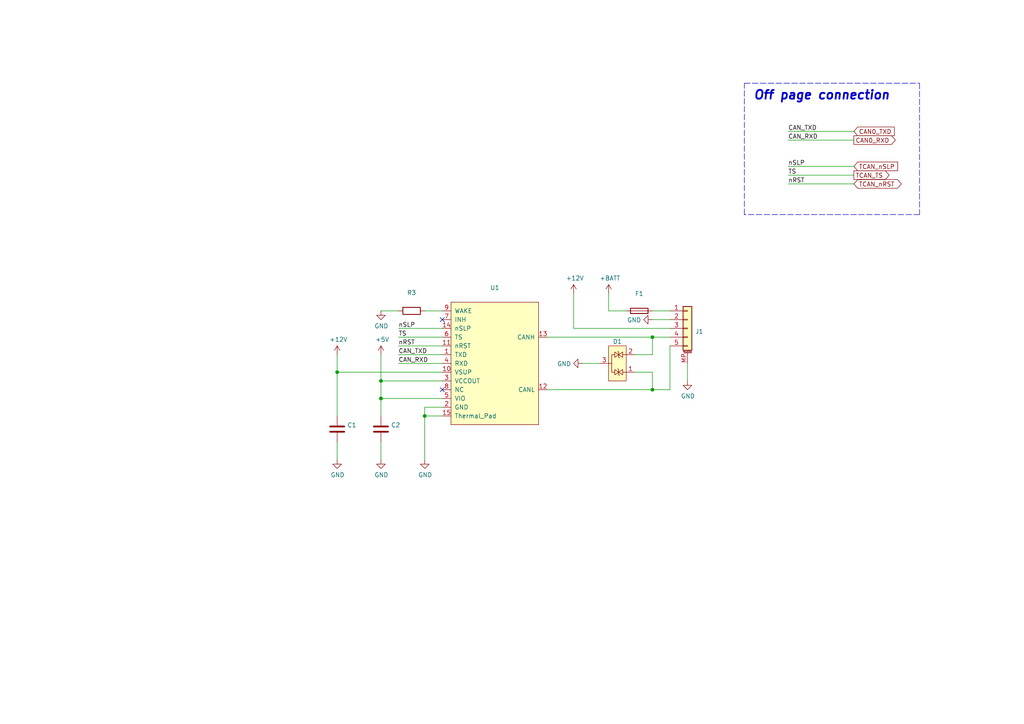
<source format=kicad_sch>
(kicad_sch (version 20211123) (generator eeschema)
  (paper "A4")
  (title_block (title "Multi purpose power converter module with CAN bus interface") (date "2021-08-31") (rev "1.1") (company "DANCHOUZHOU") (comment 1 "City Science - MIT Media Lab") (comment 2 "danchouzhou@gmail.com"))
  (lib_symbols
    (symbol "Connector_Generic_MountingPin:Conn_01x05_MountingPin" (pin_names (offset 1.016) hide)
      (property "Reference" "J" (at 0 7.62 0))
      (property "Value" "Conn_01x05_MountingPin" (at 1.27 -7.62 0))
      (symbol "Conn_01x05_MountingPin_1_1"
        (rectangle (start -1.27 -4.953) (end 0 -5.207) (stroke (width 0.1524)))
        (rectangle (start -1.27 -2.413) (end 0 -2.667) (stroke (width 0.1524)))
        (rectangle (start -1.27 0.127) (end 0 -0.127) (stroke (width 0.1524)))
        (rectangle (start -1.27 2.667) (end 0 2.413) (stroke (width 0.1524)))
        (rectangle (start -1.27 5.207) (end 0 4.953) (stroke (width 0.1524)))
        (rectangle (start -1.27 6.35) (end 1.27 -6.35) (stroke (width 0.254)) (fill (type background)))
        (polyline (pts (xy -1.016 -7.112) (xy 1.016 -7.112)) (stroke (width 0.1524)))
        (text "Mounting" (at 0 -6.731 0) (effects (font (size 0.381 0.381))))
        (pin passive line (at -5.08 5.08 0) (length 3.81) (name "Pin_1") (number "1"))
        (pin passive line (at -5.08 2.54 0) (length 3.81) (name "Pin_2") (number "2"))
        (pin passive line (at -5.08 0 0) (length 3.81) (name "Pin_3") (number "3"))
        (pin passive line (at -5.08 -2.54 0) (length 3.81) (name "Pin_4") (number "4"))
        (pin passive line (at -5.08 -5.08 0) (length 3.81) (name "Pin_5") (number "5"))
        (pin passive line (at 0 -10.16 90) (length 3.048) (name "MountPin") (number "MP"))
      )
    )
    (symbol "Device:C" (pin_numbers hide) (pin_names (offset 0.254))
      (property "Reference" "C" (at 0.635 2.54 0))
      (property "Value" "C" (at 0.635 -2.54 0))
      (symbol "C_0_1"
        (polyline (pts (xy -2.032 -0.762) (xy 2.032 -0.762)) (stroke (width 0.508)))
        (polyline (pts (xy -2.032 0.762) (xy 2.032 0.762)) (stroke (width 0.508)))
      )
      (symbol "C_1_1"
        (pin passive line (at 0 3.81 270) (length 2.794) (name "~") (number "1"))
        (pin passive line (at 0 -3.81 90) (length 2.794) (name "~") (number "2"))
      )
    )
    (symbol "Device:Fuse" (pin_numbers hide) (pin_names (offset 0))
      (property "Reference" "F" (at 2.032 0 90))
      (property "Value" "Fuse" (at -1.905 0 90))
      (symbol "Fuse_0_1"
        (rectangle (start -0.762 -2.54) (end 0.762 2.54) (stroke (width 0.254)))
        (polyline (pts (xy 0 2.54) (xy 0 -2.54)))
      )
      (symbol "Fuse_1_1"
        (pin passive line (at 0 3.81 270) (length 1.27) (name "~") (number "1"))
        (pin passive line (at 0 -3.81 90) (length 1.27) (name "~") (number "2"))
      )
    )
    (symbol "Device:R" (pin_numbers hide) (pin_names (offset 0))
      (property "Reference" "R" (at 2.032 0 90))
      (property "Value" "R" (at 0 0 90))
      (symbol "R_0_1"
        (rectangle (start -1.016 -2.54) (end 1.016 2.54) (stroke (width 0.254)))
      )
      (symbol "R_1_1"
        (pin passive line (at 0 3.81 270) (length 1.27) (name "~") (number "1"))
        (pin passive line (at 0 -3.81 90) (length 1.27) (name "~") (number "2"))
      )
    )
    (symbol "PEC3124C2A-AU:PEC3124C2A-AU" (pin_names (offset 1.016))
      (property "Reference" "D" (at 0 6.35 0))
      (property "Value" "PEC3124C2A-AU" (at 0 -6.35 0))
      (symbol "PEC3124C2A-AU_0_1"
        (rectangle (start -2.54 5.08) (end 2.54 -5.08) (fill (type background)))
        (polyline (pts (xy -2.54 0) (xy -1.651 0)))
        (polyline (pts (xy 1.524 -2.54) (xy 2.54 -2.54)))
        (polyline (pts (xy 1.524 2.54) (xy 2.54 2.54)))
        (polyline (pts (xy -0.762 2.54) (xy -1.651 2.54) (xy -1.651 -2.54) (xy -0.762 -2.54)))
        (polyline (pts (xy 0.127 -1.524) (xy 0.381 -1.778) (xy 0.381 -3.302) (xy 0.635 -3.556)))
        (polyline (pts (xy 0.127 3.556) (xy 0.381 3.302) (xy 0.381 1.778) (xy 0.635 1.524)))
        (polyline (pts (xy 1.524 -1.778) (xy 1.524 -3.302) (xy -0.762 -1.778) (xy -0.762 -3.302) (xy 1.524 -1.778)))
        (polyline (pts (xy 1.524 3.302) (xy 1.524 1.778) (xy -0.762 3.302) (xy -0.762 1.778) (xy 1.524 3.302)))
      )
      (symbol "PEC3124C2A-AU_1_1"
        (pin passive line (at 5.08 -2.54 180) (length 2.54) (name "~") (number "1"))
        (pin passive line (at 5.08 2.54 180) (length 2.54) (name "~") (number "2"))
        (pin passive line (at -5.08 0 0) (length 2.54) (name "~") (number "3"))
      )
    )
    (symbol "TCAN1162x-Q1:PTCAN11625DMTRQ1" (pin_names (offset 1.016))
      (property "Reference" "U" (at 0 21.59 0))
      (property "Value" "PTCAN11625DMTRQ1" (at 0 19.05 0))
      (symbol "PTCAN11625DMTRQ1_0_1"
        (rectangle (start -12.7 17.78) (end 12.7 -17.78) (fill (type background)))
        (rectangle (start 12.7 -17.78) (end 12.7 -17.78))
      )
      (symbol "PTCAN11625DMTRQ1_1_1"
        (pin input line (at -15.24 2.54 0) (length 2.54) (name "TXD") (number "1"))
        (pin power_in line (at -15.24 -2.54 0) (length 2.54) (name "VSUP") (number "10"))
        (pin bidirectional line (at -15.24 5.08 0) (length 2.54) (name "nRST") (number "11"))
        (pin bidirectional line (at 15.24 -7.62 180) (length 2.54) (name "CANL") (number "12"))
        (pin bidirectional line (at 15.24 7.62 180) (length 2.54) (name "CANH") (number "13"))
        (pin input line (at -15.24 10.16 0) (length 2.54) (name "nSLP") (number "14"))
        (pin passive line (at -15.24 -15.24 0) (length 2.54) (name "Thermal_Pad") (number "15"))
        (pin power_in line (at -15.24 -12.7 0) (length 2.54) (name "GND") (number "2"))
        (pin power_out line (at -15.24 -5.08 0) (length 2.54) (name "VCCOUT") (number "3"))
        (pin output line (at -15.24 0 0) (length 2.54) (name "RXD") (number "4"))
        (pin power_in line (at -15.24 -10.16 0) (length 2.54) (name "VIO") (number "5"))
        (pin output line (at -15.24 7.62 0) (length 2.54) (name "TS") (number "6"))
        (pin output line (at -15.24 12.7 0) (length 2.54) (name "INH") (number "7"))
        (pin passive line (at -15.24 -7.62 0) (length 2.54) (name "NC") (number "8"))
        (pin input line (at -15.24 15.24 0) (length 2.54) (name "WAKE") (number "9"))
      )
    )
    (symbol "power:+12V" (power) (pin_names (offset 0))
      (property "Value" "+12V" (at 0 3.556 0))
      (symbol "+12V_0_1"
        (polyline (pts (xy -0.762 1.27) (xy 0 2.54)))
        (polyline (pts (xy 0 0) (xy 0 2.54)))
        (polyline (pts (xy 0 2.54) (xy 0.762 1.27)))
      )
      (symbol "+12V_1_1"
        (pin power_in line (at 0 0 90) (length 0) hide (name "+12V") (number "1"))
      )
    )
    (symbol "power:+5V" (power) (pin_names (offset 0))
      (property "Value" "+5V" (at 0 3.556 0))
      (symbol "+5V_0_1"
        (polyline (pts (xy -0.762 1.27) (xy 0 2.54)))
        (polyline (pts (xy 0 0) (xy 0 2.54)))
        (polyline (pts (xy 0 2.54) (xy 0.762 1.27)))
      )
      (symbol "+5V_1_1"
        (pin power_in line (at 0 0 90) (length 0) hide (name "+5V") (number "1"))
      )
    )
    (symbol "power:+BATT" (power) (pin_names (offset 0))
      (property "Value" "+BATT" (at 0 3.556 0))
      (symbol "+BATT_0_1"
        (polyline (pts (xy -0.762 1.27) (xy 0 2.54)))
        (polyline (pts (xy 0 0) (xy 0 2.54)))
        (polyline (pts (xy 0 2.54) (xy 0.762 1.27)))
      )
      (symbol "+BATT_1_1"
        (pin power_in line (at 0 0 90) (length 0) hide (name "+BATT") (number "1"))
      )
    )
    (symbol "power:GND" (power) (pin_names (offset 0))
      (property "Value" "GND" (at 0 -3.81 0))
      (symbol "GND_0_1"
        (polyline (pts (xy 0 0) (xy 0 -1.27) (xy 1.27 -1.27) (xy 0 -2.54) (xy -1.27 -1.27) (xy 0 -1.27)))
      )
      (symbol "GND_1_1"
        (pin power_in line (at 0 0 270) (length 0) hide (name "GND") (number "1"))
      )
    )
  )
  (junction (at 123.19 120.65))
  (junction (at 189.23 113.03))
  (junction (at 189.23 97.79))
  (junction (at 97.79 107.95))
  (junction (at 110.49 110.49))
  (junction (at 110.49 115.57))
  (no_connect (at 128.27 92.71))
  (no_connect (at 128.27 113.03))
  (wire (pts (xy 228.6 38.1) (xy 247.65 38.1)))
  (wire (pts (xy 115.57 97.79) (xy 128.27 97.79)))
  (polyline (pts (xy 266.7 62.23) (xy 215.9 62.23)))
  (wire (pts (xy 228.6 40.64) (xy 247.65 40.64)))
  (wire (pts (xy 194.31 100.33) (xy 194.31 113.03)))
  (wire (pts (xy 123.19 90.17) (xy 128.27 90.17)))
  (wire (pts (xy 228.6 50.8) (xy 247.65 50.8)))
  (wire (pts (xy 115.57 100.33) (xy 128.27 100.33)))
  (wire (pts (xy 194.31 97.79) (xy 189.23 97.79)))
  (polyline (pts (xy 266.7 24.13) (xy 266.7 62.23)))
  (wire (pts (xy 189.23 102.87) (xy 184.15 102.87)))
  (wire (pts (xy 97.79 133.35) (xy 97.79 128.27)))
  (wire (pts (xy 97.79 102.87) (xy 97.79 107.95)))
  (wire (pts (xy 110.49 115.57) (xy 110.49 120.65)))
  (wire (pts (xy 97.79 107.95) (xy 97.79 120.65)))
  (wire (pts (xy 199.39 110.49) (xy 199.39 105.41)))
  (wire (pts (xy 128.27 118.11) (xy 123.19 118.11)))
  (wire (pts (xy 228.6 53.34) (xy 247.65 53.34)))
  (wire (pts (xy 176.53 85.09) (xy 176.53 90.17)))
  (wire (pts (xy 184.15 107.95) (xy 189.23 107.95)))
  (wire (pts (xy 166.37 85.09) (xy 166.37 95.25)))
  (wire (pts (xy 115.57 90.17) (xy 110.49 90.17)))
  (polyline (pts (xy 215.9 24.13) (xy 266.7 24.13)))
  (wire (pts (xy 194.31 113.03) (xy 189.23 113.03)))
  (wire (pts (xy 115.57 95.25) (xy 128.27 95.25)))
  (wire (pts (xy 128.27 115.57) (xy 110.49 115.57)))
  (wire (pts (xy 189.23 92.71) (xy 194.31 92.71)))
  (wire (pts (xy 189.23 107.95) (xy 189.23 113.03)))
  (wire (pts (xy 166.37 95.25) (xy 194.31 95.25)))
  (wire (pts (xy 128.27 107.95) (xy 97.79 107.95)))
  (wire (pts (xy 110.49 110.49) (xy 110.49 115.57)))
  (wire (pts (xy 123.19 120.65) (xy 123.19 133.35)))
  (wire (pts (xy 110.49 133.35) (xy 110.49 128.27)))
  (wire (pts (xy 123.19 120.65) (xy 128.27 120.65)))
  (wire (pts (xy 115.57 102.87) (xy 128.27 102.87)))
  (wire (pts (xy 123.19 118.11) (xy 123.19 120.65)))
  (wire (pts (xy 176.53 90.17) (xy 181.61 90.17)))
  (wire (pts (xy 128.27 110.49) (xy 110.49 110.49)))
  (polyline (pts (xy 215.9 62.23) (xy 215.9 24.13)))
  (wire (pts (xy 189.23 97.79) (xy 189.23 102.87)))
  (wire (pts (xy 189.23 90.17) (xy 194.31 90.17)))
  (wire (pts (xy 228.6 48.26) (xy 247.65 48.26)))
  (wire (pts (xy 110.49 102.87) (xy 110.49 110.49)))
  (wire (pts (xy 115.57 105.41) (xy 128.27 105.41)))
  (wire (pts (xy 189.23 113.03) (xy 158.75 113.03)))
  (wire (pts (xy 158.75 97.79) (xy 189.23 97.79)))
  (wire (pts (xy 168.91 105.41) (xy 173.99 105.41)))
  (text "Off page connection" (at 218.44 29.21 0) (effects (font (size 2.54 2.54) (thickness 0.508) bold italic) (justify left bottom)))
  (label "TS" (at 115.57 97.79 0))
  (label "CAN_RXD" (at 228.6 40.64 0))
  (label "CAN_TXD" (at 115.57 102.87 0))
  (label "CAN_TXD" (at 228.6 38.1 0))
  (label "TS" (at 228.6 50.8 0))
  (label "nSLP" (at 228.6 48.26 0))
  (label "nSLP" (at 115.57 95.25 0))
  (label "nRST" (at 115.57 100.33 0))
  (label "CAN_RXD" (at 115.57 105.41 0))
  (label "nRST" (at 228.6 53.34 0))
  (global_label "CAN0_TXD" (shape input) (at 247.65 38.1 0) (property "Intersheet References" "${INTERSHEET_REFS}" (effects hide)))
  (global_label "CAN0_RXD" (shape output) (at 247.65 40.64 0) (property "Intersheet References" "${INTERSHEET_REFS}" (effects hide)))
  (global_label "TCAN_nRST" (shape bidirectional) (at 247.65 53.34 0) (property "Intersheet References" "${INTERSHEET_REFS}" (effects hide)))
  (global_label "TCAN_TS" (shape output) (at 247.65 50.8 0) (property "Intersheet References" "${INTERSHEET_REFS}" (effects hide)))
  (global_label "TCAN_nSLP" (shape input) (at 247.65 48.26 0) (property "Intersheet References" "${INTERSHEET_REFS}" (effects hide)))
  (symbol (lib_id "TCAN1162x-Q1:PTCAN11625DMTRQ1") (at 143.51 105.41 0) (unit 1)
    (property "Reference" "U1" (at 143.51 83.439 0))
  )
  (symbol (lib_id "PEC3124C2A-AU:PEC3124C2A-AU") (at 179.07 105.41 0) (unit 1)
    (property "Reference" "D1" (at 179.07 99.06 0))
    (property "Description" "Bidirectional ESD protection" (effects hide))
    (property "Manufacturer" "PANJIT" (effects hide))
    (property "Manufacturer P/N" "PEC3124C2A-AU_R1_000A1" (effects hide))
  )
  (symbol (lib_id "power:GND") (at 168.91 105.41 270) (unit 1)
    (property "Reference" "#PWR07" (effects hide))
  )
  (symbol (lib_id "Device:C") (at 97.79 124.46 0) (unit 1)
    (property "Reference" "C1" (at 100.711 123.2916 0) (effects (justify left)))
  )
  (symbol (lib_id "Device:C") (at 110.49 124.46 0) (unit 1)
    (property "Reference" "C2" (at 113.411 123.2916 0) (effects (justify left)))
  )
  (symbol (lib_id "power:GND") (at 97.79 133.35 0) (unit 1)
    (property "Reference" "#PWR02" (effects hide))
  )
  (symbol (lib_id "power:GND") (at 110.49 133.35 0) (unit 1)
    (property "Reference" "#PWR04" (effects hide))
  )
  (symbol (lib_id "power:GND") (at 123.19 133.35 0) (unit 1)
    (property "Reference" "#PWR05" (effects hide))
  )
  (symbol (lib_id "power:+5V") (at 110.49 102.87 0) (unit 1)
    (property "Reference" "#PWR03" (effects hide))
  )
  (symbol (lib_id "power:+12V") (at 97.79 102.87 0) (unit 1)
    (property "Reference" "#PWR01" (effects hide))
  )
  (symbol (lib_id "power:GND") (at 189.23 92.71 270) (unit 1)
    (property "Reference" "#PWR09" (effects hide))
  )
  (symbol (lib_id "Device:Fuse") (at 185.42 90.17 270) (unit 1)
    (property "Reference" "F1" (at 185.42 85.1662 90))
  )
  (symbol (lib_id "power:+BATT") (at 176.53 85.09 0) (unit 1)
    (property "Reference" "#PWR08" (effects hide))
  )
  (symbol (lib_id "power:+12V") (at 166.37 85.09 0) (unit 1)
    (property "Reference" "#PWR06" (effects hide))
  )
  (symbol (lib_id "Connector_Generic_MountingPin:Conn_01x05_MountingPin") (at 199.39 95.25 0) (unit 1)
    (property "Reference" "J1" (at 201.6252 96.1644 0) (effects (justify left)))
  )
  (symbol (lib_id "power:GND") (at 199.39 110.49 0) (unit 1)
    (property "Reference" "#PWR010" (effects hide))
  )
  (symbol (lib_id "Device:R") (at 119.38 90.17 270) (unit 1)
    (property "Reference" "R3" (at 119.38 84.9122 90))
  )
  (symbol (lib_id "power:GND") (at 110.49 90.17 0) (unit 1)
    (property "Reference" "#PWR0101" (effects hide))
  )
)
</source>
